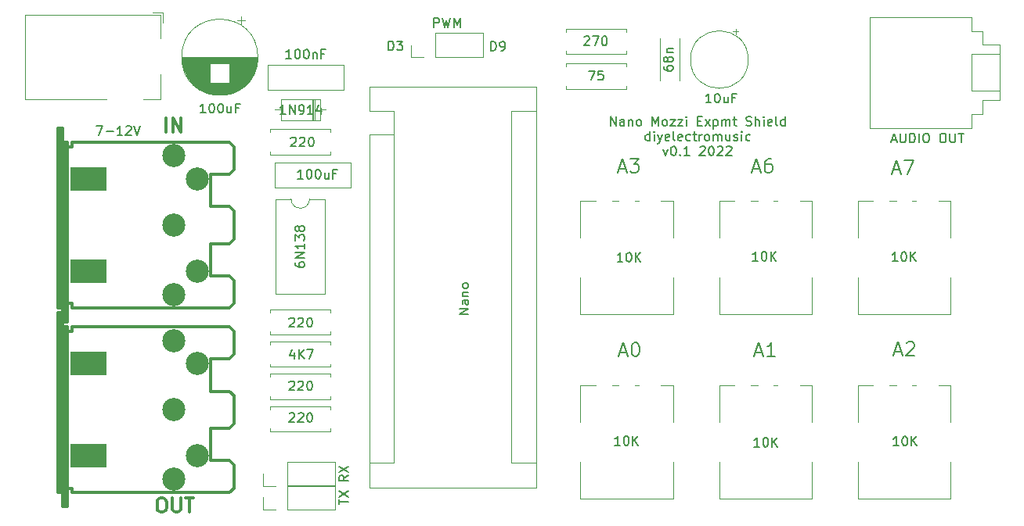
<source format=gbr>
%TF.GenerationSoftware,KiCad,Pcbnew,(6.0.5)*%
%TF.CreationDate,2022-11-11T16:19:05+00:00*%
%TF.ProjectId,NanoMozziExperimentShield,4e616e6f-4d6f-47a7-9a69-457870657269,rev?*%
%TF.SameCoordinates,Original*%
%TF.FileFunction,Legend,Top*%
%TF.FilePolarity,Positive*%
%FSLAX46Y46*%
G04 Gerber Fmt 4.6, Leading zero omitted, Abs format (unit mm)*
G04 Created by KiCad (PCBNEW (6.0.5)) date 2022-11-11 16:19:05*
%MOMM*%
%LPD*%
G01*
G04 APERTURE LIST*
%ADD10C,0.150000*%
%ADD11C,0.304800*%
%ADD12C,0.120000*%
%ADD13R,4.000000X2.500000*%
%ADD14C,2.499360*%
G04 APERTURE END LIST*
D10*
X96801904Y-54612380D02*
X96801904Y-53612380D01*
X97040000Y-53612380D01*
X97182857Y-53660000D01*
X97278095Y-53755238D01*
X97325714Y-53850476D01*
X97373333Y-54040952D01*
X97373333Y-54183809D01*
X97325714Y-54374285D01*
X97278095Y-54469523D01*
X97182857Y-54564761D01*
X97040000Y-54612380D01*
X96801904Y-54612380D01*
X97849523Y-54612380D02*
X98040000Y-54612380D01*
X98135238Y-54564761D01*
X98182857Y-54517142D01*
X98278095Y-54374285D01*
X98325714Y-54183809D01*
X98325714Y-53802857D01*
X98278095Y-53707619D01*
X98230476Y-53660000D01*
X98135238Y-53612380D01*
X97944761Y-53612380D01*
X97849523Y-53660000D01*
X97801904Y-53707619D01*
X97754285Y-53802857D01*
X97754285Y-54040952D01*
X97801904Y-54136190D01*
X97849523Y-54183809D01*
X97944761Y-54231428D01*
X98135238Y-54231428D01*
X98230476Y-54183809D01*
X98278095Y-54136190D01*
X98325714Y-54040952D01*
X140458571Y-87230000D02*
X141172857Y-87230000D01*
X140315714Y-87658571D02*
X140815714Y-86158571D01*
X141315714Y-87658571D01*
X141744285Y-86301428D02*
X141815714Y-86230000D01*
X141958571Y-86158571D01*
X142315714Y-86158571D01*
X142458571Y-86230000D01*
X142530000Y-86301428D01*
X142601428Y-86444285D01*
X142601428Y-86587142D01*
X142530000Y-86801428D01*
X141672857Y-87658571D01*
X142601428Y-87658571D01*
X110708571Y-87310000D02*
X111422857Y-87310000D01*
X110565714Y-87738571D02*
X111065714Y-86238571D01*
X111565714Y-87738571D01*
X112351428Y-86238571D02*
X112494285Y-86238571D01*
X112637142Y-86310000D01*
X112708571Y-86381428D01*
X112780000Y-86524285D01*
X112851428Y-86810000D01*
X112851428Y-87167142D01*
X112780000Y-87452857D01*
X112708571Y-87595714D01*
X112637142Y-87667142D01*
X112494285Y-87738571D01*
X112351428Y-87738571D01*
X112208571Y-87667142D01*
X112137142Y-87595714D01*
X112065714Y-87452857D01*
X111994285Y-87167142D01*
X111994285Y-86810000D01*
X112065714Y-86524285D01*
X112137142Y-86381428D01*
X112208571Y-86310000D01*
X112351428Y-86238571D01*
X85721904Y-54572380D02*
X85721904Y-53572380D01*
X85960000Y-53572380D01*
X86102857Y-53620000D01*
X86198095Y-53715238D01*
X86245714Y-53810476D01*
X86293333Y-54000952D01*
X86293333Y-54143809D01*
X86245714Y-54334285D01*
X86198095Y-54429523D01*
X86102857Y-54524761D01*
X85960000Y-54572380D01*
X85721904Y-54572380D01*
X86626666Y-53572380D02*
X87245714Y-53572380D01*
X86912380Y-53953333D01*
X87055238Y-53953333D01*
X87150476Y-54000952D01*
X87198095Y-54048571D01*
X87245714Y-54143809D01*
X87245714Y-54381904D01*
X87198095Y-54477142D01*
X87150476Y-54524761D01*
X87055238Y-54572380D01*
X86769523Y-54572380D01*
X86674285Y-54524761D01*
X86626666Y-54477142D01*
X140298571Y-67530000D02*
X141012857Y-67530000D01*
X140155714Y-67958571D02*
X140655714Y-66458571D01*
X141155714Y-67958571D01*
X141512857Y-66458571D02*
X142512857Y-66458571D01*
X141870000Y-67958571D01*
X109731428Y-62742380D02*
X109731428Y-61742380D01*
X110302857Y-62742380D01*
X110302857Y-61742380D01*
X111207619Y-62742380D02*
X111207619Y-62218571D01*
X111160000Y-62123333D01*
X111064761Y-62075714D01*
X110874285Y-62075714D01*
X110779047Y-62123333D01*
X111207619Y-62694761D02*
X111112380Y-62742380D01*
X110874285Y-62742380D01*
X110779047Y-62694761D01*
X110731428Y-62599523D01*
X110731428Y-62504285D01*
X110779047Y-62409047D01*
X110874285Y-62361428D01*
X111112380Y-62361428D01*
X111207619Y-62313809D01*
X111683809Y-62075714D02*
X111683809Y-62742380D01*
X111683809Y-62170952D02*
X111731428Y-62123333D01*
X111826666Y-62075714D01*
X111969523Y-62075714D01*
X112064761Y-62123333D01*
X112112380Y-62218571D01*
X112112380Y-62742380D01*
X112731428Y-62742380D02*
X112636190Y-62694761D01*
X112588571Y-62647142D01*
X112540952Y-62551904D01*
X112540952Y-62266190D01*
X112588571Y-62170952D01*
X112636190Y-62123333D01*
X112731428Y-62075714D01*
X112874285Y-62075714D01*
X112969523Y-62123333D01*
X113017142Y-62170952D01*
X113064761Y-62266190D01*
X113064761Y-62551904D01*
X113017142Y-62647142D01*
X112969523Y-62694761D01*
X112874285Y-62742380D01*
X112731428Y-62742380D01*
X114255238Y-62742380D02*
X114255238Y-61742380D01*
X114588571Y-62456666D01*
X114921904Y-61742380D01*
X114921904Y-62742380D01*
X115540952Y-62742380D02*
X115445714Y-62694761D01*
X115398095Y-62647142D01*
X115350476Y-62551904D01*
X115350476Y-62266190D01*
X115398095Y-62170952D01*
X115445714Y-62123333D01*
X115540952Y-62075714D01*
X115683809Y-62075714D01*
X115779047Y-62123333D01*
X115826666Y-62170952D01*
X115874285Y-62266190D01*
X115874285Y-62551904D01*
X115826666Y-62647142D01*
X115779047Y-62694761D01*
X115683809Y-62742380D01*
X115540952Y-62742380D01*
X116207619Y-62075714D02*
X116731428Y-62075714D01*
X116207619Y-62742380D01*
X116731428Y-62742380D01*
X117017142Y-62075714D02*
X117540952Y-62075714D01*
X117017142Y-62742380D01*
X117540952Y-62742380D01*
X117921904Y-62742380D02*
X117921904Y-62075714D01*
X117921904Y-61742380D02*
X117874285Y-61790000D01*
X117921904Y-61837619D01*
X117969523Y-61790000D01*
X117921904Y-61742380D01*
X117921904Y-61837619D01*
X119160000Y-62218571D02*
X119493333Y-62218571D01*
X119636190Y-62742380D02*
X119160000Y-62742380D01*
X119160000Y-61742380D01*
X119636190Y-61742380D01*
X119969523Y-62742380D02*
X120493333Y-62075714D01*
X119969523Y-62075714D02*
X120493333Y-62742380D01*
X120874285Y-62075714D02*
X120874285Y-63075714D01*
X120874285Y-62123333D02*
X120969523Y-62075714D01*
X121160000Y-62075714D01*
X121255238Y-62123333D01*
X121302857Y-62170952D01*
X121350476Y-62266190D01*
X121350476Y-62551904D01*
X121302857Y-62647142D01*
X121255238Y-62694761D01*
X121160000Y-62742380D01*
X120969523Y-62742380D01*
X120874285Y-62694761D01*
X121779047Y-62742380D02*
X121779047Y-62075714D01*
X121779047Y-62170952D02*
X121826666Y-62123333D01*
X121921904Y-62075714D01*
X122064761Y-62075714D01*
X122160000Y-62123333D01*
X122207619Y-62218571D01*
X122207619Y-62742380D01*
X122207619Y-62218571D02*
X122255238Y-62123333D01*
X122350476Y-62075714D01*
X122493333Y-62075714D01*
X122588571Y-62123333D01*
X122636190Y-62218571D01*
X122636190Y-62742380D01*
X122969523Y-62075714D02*
X123350476Y-62075714D01*
X123112380Y-61742380D02*
X123112380Y-62599523D01*
X123160000Y-62694761D01*
X123255238Y-62742380D01*
X123350476Y-62742380D01*
X124398095Y-62694761D02*
X124540952Y-62742380D01*
X124779047Y-62742380D01*
X124874285Y-62694761D01*
X124921904Y-62647142D01*
X124969523Y-62551904D01*
X124969523Y-62456666D01*
X124921904Y-62361428D01*
X124874285Y-62313809D01*
X124779047Y-62266190D01*
X124588571Y-62218571D01*
X124493333Y-62170952D01*
X124445714Y-62123333D01*
X124398095Y-62028095D01*
X124398095Y-61932857D01*
X124445714Y-61837619D01*
X124493333Y-61790000D01*
X124588571Y-61742380D01*
X124826666Y-61742380D01*
X124969523Y-61790000D01*
X125398095Y-62742380D02*
X125398095Y-61742380D01*
X125826666Y-62742380D02*
X125826666Y-62218571D01*
X125779047Y-62123333D01*
X125683809Y-62075714D01*
X125540952Y-62075714D01*
X125445714Y-62123333D01*
X125398095Y-62170952D01*
X126302857Y-62742380D02*
X126302857Y-62075714D01*
X126302857Y-61742380D02*
X126255238Y-61790000D01*
X126302857Y-61837619D01*
X126350476Y-61790000D01*
X126302857Y-61742380D01*
X126302857Y-61837619D01*
X127160000Y-62694761D02*
X127064761Y-62742380D01*
X126874285Y-62742380D01*
X126779047Y-62694761D01*
X126731428Y-62599523D01*
X126731428Y-62218571D01*
X126779047Y-62123333D01*
X126874285Y-62075714D01*
X127064761Y-62075714D01*
X127160000Y-62123333D01*
X127207619Y-62218571D01*
X127207619Y-62313809D01*
X126731428Y-62409047D01*
X127779047Y-62742380D02*
X127683809Y-62694761D01*
X127636190Y-62599523D01*
X127636190Y-61742380D01*
X128588571Y-62742380D02*
X128588571Y-61742380D01*
X128588571Y-62694761D02*
X128493333Y-62742380D01*
X128302857Y-62742380D01*
X128207619Y-62694761D01*
X128160000Y-62647142D01*
X128112380Y-62551904D01*
X128112380Y-62266190D01*
X128160000Y-62170952D01*
X128207619Y-62123333D01*
X128302857Y-62075714D01*
X128493333Y-62075714D01*
X128588571Y-62123333D01*
X113969523Y-64352380D02*
X113969523Y-63352380D01*
X113969523Y-64304761D02*
X113874285Y-64352380D01*
X113683809Y-64352380D01*
X113588571Y-64304761D01*
X113540952Y-64257142D01*
X113493333Y-64161904D01*
X113493333Y-63876190D01*
X113540952Y-63780952D01*
X113588571Y-63733333D01*
X113683809Y-63685714D01*
X113874285Y-63685714D01*
X113969523Y-63733333D01*
X114445714Y-64352380D02*
X114445714Y-63685714D01*
X114445714Y-63352380D02*
X114398095Y-63400000D01*
X114445714Y-63447619D01*
X114493333Y-63400000D01*
X114445714Y-63352380D01*
X114445714Y-63447619D01*
X114826666Y-63685714D02*
X115064761Y-64352380D01*
X115302857Y-63685714D02*
X115064761Y-64352380D01*
X114969523Y-64590476D01*
X114921904Y-64638095D01*
X114826666Y-64685714D01*
X116064761Y-64304761D02*
X115969523Y-64352380D01*
X115779047Y-64352380D01*
X115683809Y-64304761D01*
X115636190Y-64209523D01*
X115636190Y-63828571D01*
X115683809Y-63733333D01*
X115779047Y-63685714D01*
X115969523Y-63685714D01*
X116064761Y-63733333D01*
X116112380Y-63828571D01*
X116112380Y-63923809D01*
X115636190Y-64019047D01*
X116683809Y-64352380D02*
X116588571Y-64304761D01*
X116540952Y-64209523D01*
X116540952Y-63352380D01*
X117445714Y-64304761D02*
X117350476Y-64352380D01*
X117160000Y-64352380D01*
X117064761Y-64304761D01*
X117017142Y-64209523D01*
X117017142Y-63828571D01*
X117064761Y-63733333D01*
X117160000Y-63685714D01*
X117350476Y-63685714D01*
X117445714Y-63733333D01*
X117493333Y-63828571D01*
X117493333Y-63923809D01*
X117017142Y-64019047D01*
X118350476Y-64304761D02*
X118255238Y-64352380D01*
X118064761Y-64352380D01*
X117969523Y-64304761D01*
X117921904Y-64257142D01*
X117874285Y-64161904D01*
X117874285Y-63876190D01*
X117921904Y-63780952D01*
X117969523Y-63733333D01*
X118064761Y-63685714D01*
X118255238Y-63685714D01*
X118350476Y-63733333D01*
X118636190Y-63685714D02*
X119017142Y-63685714D01*
X118779047Y-63352380D02*
X118779047Y-64209523D01*
X118826666Y-64304761D01*
X118921904Y-64352380D01*
X119017142Y-64352380D01*
X119350476Y-64352380D02*
X119350476Y-63685714D01*
X119350476Y-63876190D02*
X119398095Y-63780952D01*
X119445714Y-63733333D01*
X119540952Y-63685714D01*
X119636190Y-63685714D01*
X120112380Y-64352380D02*
X120017142Y-64304761D01*
X119969523Y-64257142D01*
X119921904Y-64161904D01*
X119921904Y-63876190D01*
X119969523Y-63780952D01*
X120017142Y-63733333D01*
X120112380Y-63685714D01*
X120255238Y-63685714D01*
X120350476Y-63733333D01*
X120398095Y-63780952D01*
X120445714Y-63876190D01*
X120445714Y-64161904D01*
X120398095Y-64257142D01*
X120350476Y-64304761D01*
X120255238Y-64352380D01*
X120112380Y-64352380D01*
X120874285Y-64352380D02*
X120874285Y-63685714D01*
X120874285Y-63780952D02*
X120921904Y-63733333D01*
X121017142Y-63685714D01*
X121160000Y-63685714D01*
X121255238Y-63733333D01*
X121302857Y-63828571D01*
X121302857Y-64352380D01*
X121302857Y-63828571D02*
X121350476Y-63733333D01*
X121445714Y-63685714D01*
X121588571Y-63685714D01*
X121683809Y-63733333D01*
X121731428Y-63828571D01*
X121731428Y-64352380D01*
X122636190Y-63685714D02*
X122636190Y-64352380D01*
X122207619Y-63685714D02*
X122207619Y-64209523D01*
X122255238Y-64304761D01*
X122350476Y-64352380D01*
X122493333Y-64352380D01*
X122588571Y-64304761D01*
X122636190Y-64257142D01*
X123064761Y-64304761D02*
X123160000Y-64352380D01*
X123350476Y-64352380D01*
X123445714Y-64304761D01*
X123493333Y-64209523D01*
X123493333Y-64161904D01*
X123445714Y-64066666D01*
X123350476Y-64019047D01*
X123207619Y-64019047D01*
X123112380Y-63971428D01*
X123064761Y-63876190D01*
X123064761Y-63828571D01*
X123112380Y-63733333D01*
X123207619Y-63685714D01*
X123350476Y-63685714D01*
X123445714Y-63733333D01*
X123921904Y-64352380D02*
X123921904Y-63685714D01*
X123921904Y-63352380D02*
X123874285Y-63400000D01*
X123921904Y-63447619D01*
X123969523Y-63400000D01*
X123921904Y-63352380D01*
X123921904Y-63447619D01*
X124826666Y-64304761D02*
X124731428Y-64352380D01*
X124540952Y-64352380D01*
X124445714Y-64304761D01*
X124398095Y-64257142D01*
X124350476Y-64161904D01*
X124350476Y-63876190D01*
X124398095Y-63780952D01*
X124445714Y-63733333D01*
X124540952Y-63685714D01*
X124731428Y-63685714D01*
X124826666Y-63733333D01*
X115445714Y-65295714D02*
X115683809Y-65962380D01*
X115921904Y-65295714D01*
X116493333Y-64962380D02*
X116588571Y-64962380D01*
X116683809Y-65010000D01*
X116731428Y-65057619D01*
X116779047Y-65152857D01*
X116826666Y-65343333D01*
X116826666Y-65581428D01*
X116779047Y-65771904D01*
X116731428Y-65867142D01*
X116683809Y-65914761D01*
X116588571Y-65962380D01*
X116493333Y-65962380D01*
X116398095Y-65914761D01*
X116350476Y-65867142D01*
X116302857Y-65771904D01*
X116255238Y-65581428D01*
X116255238Y-65343333D01*
X116302857Y-65152857D01*
X116350476Y-65057619D01*
X116398095Y-65010000D01*
X116493333Y-64962380D01*
X117255238Y-65867142D02*
X117302857Y-65914761D01*
X117255238Y-65962380D01*
X117207619Y-65914761D01*
X117255238Y-65867142D01*
X117255238Y-65962380D01*
X118255238Y-65962380D02*
X117683809Y-65962380D01*
X117969523Y-65962380D02*
X117969523Y-64962380D01*
X117874285Y-65105238D01*
X117779047Y-65200476D01*
X117683809Y-65248095D01*
X119398095Y-65057619D02*
X119445714Y-65010000D01*
X119540952Y-64962380D01*
X119779047Y-64962380D01*
X119874285Y-65010000D01*
X119921904Y-65057619D01*
X119969523Y-65152857D01*
X119969523Y-65248095D01*
X119921904Y-65390952D01*
X119350476Y-65962380D01*
X119969523Y-65962380D01*
X120588571Y-64962380D02*
X120683809Y-64962380D01*
X120779047Y-65010000D01*
X120826666Y-65057619D01*
X120874285Y-65152857D01*
X120921904Y-65343333D01*
X120921904Y-65581428D01*
X120874285Y-65771904D01*
X120826666Y-65867142D01*
X120779047Y-65914761D01*
X120683809Y-65962380D01*
X120588571Y-65962380D01*
X120493333Y-65914761D01*
X120445714Y-65867142D01*
X120398095Y-65771904D01*
X120350476Y-65581428D01*
X120350476Y-65343333D01*
X120398095Y-65152857D01*
X120445714Y-65057619D01*
X120493333Y-65010000D01*
X120588571Y-64962380D01*
X121302857Y-65057619D02*
X121350476Y-65010000D01*
X121445714Y-64962380D01*
X121683809Y-64962380D01*
X121779047Y-65010000D01*
X121826666Y-65057619D01*
X121874285Y-65152857D01*
X121874285Y-65248095D01*
X121826666Y-65390952D01*
X121255238Y-65962380D01*
X121874285Y-65962380D01*
X122255238Y-65057619D02*
X122302857Y-65010000D01*
X122398095Y-64962380D01*
X122636190Y-64962380D01*
X122731428Y-65010000D01*
X122779047Y-65057619D01*
X122826666Y-65152857D01*
X122826666Y-65248095D01*
X122779047Y-65390952D01*
X122207619Y-65962380D01*
X122826666Y-65962380D01*
X125098571Y-67370000D02*
X125812857Y-67370000D01*
X124955714Y-67798571D02*
X125455714Y-66298571D01*
X125955714Y-67798571D01*
X127098571Y-66298571D02*
X126812857Y-66298571D01*
X126670000Y-66370000D01*
X126598571Y-66441428D01*
X126455714Y-66655714D01*
X126384285Y-66941428D01*
X126384285Y-67512857D01*
X126455714Y-67655714D01*
X126527142Y-67727142D01*
X126670000Y-67798571D01*
X126955714Y-67798571D01*
X127098571Y-67727142D01*
X127170000Y-67655714D01*
X127241428Y-67512857D01*
X127241428Y-67155714D01*
X127170000Y-67012857D01*
X127098571Y-66941428D01*
X126955714Y-66870000D01*
X126670000Y-66870000D01*
X126527142Y-66941428D01*
X126455714Y-67012857D01*
X126384285Y-67155714D01*
X110628571Y-67370000D02*
X111342857Y-67370000D01*
X110485714Y-67798571D02*
X110985714Y-66298571D01*
X111485714Y-67798571D01*
X111842857Y-66298571D02*
X112771428Y-66298571D01*
X112271428Y-66870000D01*
X112485714Y-66870000D01*
X112628571Y-66941428D01*
X112700000Y-67012857D01*
X112771428Y-67155714D01*
X112771428Y-67512857D01*
X112700000Y-67655714D01*
X112628571Y-67727142D01*
X112485714Y-67798571D01*
X112057142Y-67798571D01*
X111914285Y-67727142D01*
X111842857Y-67655714D01*
X125418571Y-87310000D02*
X126132857Y-87310000D01*
X125275714Y-87738571D02*
X125775714Y-86238571D01*
X126275714Y-87738571D01*
X127561428Y-87738571D02*
X126704285Y-87738571D01*
X127132857Y-87738571D02*
X127132857Y-86238571D01*
X126990000Y-86452857D01*
X126847142Y-86595714D01*
X126704285Y-86667142D01*
%TO.C,U1*%
X75632380Y-77601904D02*
X75632380Y-77792380D01*
X75680000Y-77887619D01*
X75727619Y-77935238D01*
X75870476Y-78030476D01*
X76060952Y-78078095D01*
X76441904Y-78078095D01*
X76537142Y-78030476D01*
X76584761Y-77982857D01*
X76632380Y-77887619D01*
X76632380Y-77697142D01*
X76584761Y-77601904D01*
X76537142Y-77554285D01*
X76441904Y-77506666D01*
X76203809Y-77506666D01*
X76108571Y-77554285D01*
X76060952Y-77601904D01*
X76013333Y-77697142D01*
X76013333Y-77887619D01*
X76060952Y-77982857D01*
X76108571Y-78030476D01*
X76203809Y-78078095D01*
X76632380Y-77078095D02*
X75632380Y-77078095D01*
X76632380Y-76506666D01*
X75632380Y-76506666D01*
X76632380Y-75506666D02*
X76632380Y-76078095D01*
X76632380Y-75792380D02*
X75632380Y-75792380D01*
X75775238Y-75887619D01*
X75870476Y-75982857D01*
X75918095Y-76078095D01*
X75632380Y-75173333D02*
X75632380Y-74554285D01*
X76013333Y-74887619D01*
X76013333Y-74744761D01*
X76060952Y-74649523D01*
X76108571Y-74601904D01*
X76203809Y-74554285D01*
X76441904Y-74554285D01*
X76537142Y-74601904D01*
X76584761Y-74649523D01*
X76632380Y-74744761D01*
X76632380Y-75030476D01*
X76584761Y-75125714D01*
X76537142Y-75173333D01*
X76060952Y-73982857D02*
X76013333Y-74078095D01*
X75965714Y-74125714D01*
X75870476Y-74173333D01*
X75822857Y-74173333D01*
X75727619Y-74125714D01*
X75680000Y-74078095D01*
X75632380Y-73982857D01*
X75632380Y-73792380D01*
X75680000Y-73697142D01*
X75727619Y-73649523D01*
X75822857Y-73601904D01*
X75870476Y-73601904D01*
X75965714Y-73649523D01*
X76013333Y-73697142D01*
X76060952Y-73792380D01*
X76060952Y-73982857D01*
X76108571Y-74078095D01*
X76156190Y-74125714D01*
X76251428Y-74173333D01*
X76441904Y-74173333D01*
X76537142Y-74125714D01*
X76584761Y-74078095D01*
X76632380Y-73982857D01*
X76632380Y-73792380D01*
X76584761Y-73697142D01*
X76537142Y-73649523D01*
X76441904Y-73601904D01*
X76251428Y-73601904D01*
X76156190Y-73649523D01*
X76108571Y-73697142D01*
X76060952Y-73792380D01*
D11*
%TO.C,OUT1*%
X61046000Y-103065428D02*
X61336285Y-103065428D01*
X61481428Y-103138000D01*
X61626571Y-103283142D01*
X61699142Y-103573428D01*
X61699142Y-104081428D01*
X61626571Y-104371714D01*
X61481428Y-104516857D01*
X61336285Y-104589428D01*
X61046000Y-104589428D01*
X60900857Y-104516857D01*
X60755714Y-104371714D01*
X60683142Y-104081428D01*
X60683142Y-103573428D01*
X60755714Y-103283142D01*
X60900857Y-103138000D01*
X61046000Y-103065428D01*
X62352285Y-103065428D02*
X62352285Y-104299142D01*
X62424857Y-104444285D01*
X62497428Y-104516857D01*
X62642571Y-104589428D01*
X62932857Y-104589428D01*
X63078000Y-104516857D01*
X63150571Y-104444285D01*
X63223142Y-104299142D01*
X63223142Y-103065428D01*
X63731142Y-103065428D02*
X64602000Y-103065428D01*
X64166571Y-104589428D02*
X64166571Y-103065428D01*
D10*
%TO.C,J1*%
X80362380Y-103761904D02*
X80362380Y-103190476D01*
X81362380Y-103476190D02*
X80362380Y-103476190D01*
X80362380Y-102952380D02*
X81362380Y-102285714D01*
X80362380Y-102285714D02*
X81362380Y-102952380D01*
%TO.C,R7*%
X107380476Y-56792380D02*
X108047142Y-56792380D01*
X107618571Y-57792380D01*
X108904285Y-56792380D02*
X108428095Y-56792380D01*
X108380476Y-57268571D01*
X108428095Y-57220952D01*
X108523333Y-57173333D01*
X108761428Y-57173333D01*
X108856666Y-57220952D01*
X108904285Y-57268571D01*
X108951904Y-57363809D01*
X108951904Y-57601904D01*
X108904285Y-57697142D01*
X108856666Y-57744761D01*
X108761428Y-57792380D01*
X108523333Y-57792380D01*
X108428095Y-57744761D01*
X108380476Y-57697142D01*
%TO.C,R1*%
X75001904Y-93937619D02*
X75049523Y-93890000D01*
X75144761Y-93842380D01*
X75382857Y-93842380D01*
X75478095Y-93890000D01*
X75525714Y-93937619D01*
X75573333Y-94032857D01*
X75573333Y-94128095D01*
X75525714Y-94270952D01*
X74954285Y-94842380D01*
X75573333Y-94842380D01*
X75954285Y-93937619D02*
X76001904Y-93890000D01*
X76097142Y-93842380D01*
X76335238Y-93842380D01*
X76430476Y-93890000D01*
X76478095Y-93937619D01*
X76525714Y-94032857D01*
X76525714Y-94128095D01*
X76478095Y-94270952D01*
X75906666Y-94842380D01*
X76525714Y-94842380D01*
X77144761Y-93842380D02*
X77240000Y-93842380D01*
X77335238Y-93890000D01*
X77382857Y-93937619D01*
X77430476Y-94032857D01*
X77478095Y-94223333D01*
X77478095Y-94461428D01*
X77430476Y-94651904D01*
X77382857Y-94747142D01*
X77335238Y-94794761D01*
X77240000Y-94842380D01*
X77144761Y-94842380D01*
X77049523Y-94794761D01*
X77001904Y-94747142D01*
X76954285Y-94651904D01*
X76906666Y-94461428D01*
X76906666Y-94223333D01*
X76954285Y-94032857D01*
X77001904Y-93937619D01*
X77049523Y-93890000D01*
X77144761Y-93842380D01*
%TO.C,C3*%
X120608571Y-60252380D02*
X120037142Y-60252380D01*
X120322857Y-60252380D02*
X120322857Y-59252380D01*
X120227619Y-59395238D01*
X120132380Y-59490476D01*
X120037142Y-59538095D01*
X121227619Y-59252380D02*
X121322857Y-59252380D01*
X121418095Y-59300000D01*
X121465714Y-59347619D01*
X121513333Y-59442857D01*
X121560952Y-59633333D01*
X121560952Y-59871428D01*
X121513333Y-60061904D01*
X121465714Y-60157142D01*
X121418095Y-60204761D01*
X121322857Y-60252380D01*
X121227619Y-60252380D01*
X121132380Y-60204761D01*
X121084761Y-60157142D01*
X121037142Y-60061904D01*
X120989523Y-59871428D01*
X120989523Y-59633333D01*
X121037142Y-59442857D01*
X121084761Y-59347619D01*
X121132380Y-59300000D01*
X121227619Y-59252380D01*
X122418095Y-59585714D02*
X122418095Y-60252380D01*
X121989523Y-59585714D02*
X121989523Y-60109523D01*
X122037142Y-60204761D01*
X122132380Y-60252380D01*
X122275238Y-60252380D01*
X122370476Y-60204761D01*
X122418095Y-60157142D01*
X123227619Y-59728571D02*
X122894285Y-59728571D01*
X122894285Y-60252380D02*
X122894285Y-59252380D01*
X123370476Y-59252380D01*
%TO.C,RV4*%
X111039523Y-77472380D02*
X110468095Y-77472380D01*
X110753809Y-77472380D02*
X110753809Y-76472380D01*
X110658571Y-76615238D01*
X110563333Y-76710476D01*
X110468095Y-76758095D01*
X111658571Y-76472380D02*
X111753809Y-76472380D01*
X111849047Y-76520000D01*
X111896666Y-76567619D01*
X111944285Y-76662857D01*
X111991904Y-76853333D01*
X111991904Y-77091428D01*
X111944285Y-77281904D01*
X111896666Y-77377142D01*
X111849047Y-77424761D01*
X111753809Y-77472380D01*
X111658571Y-77472380D01*
X111563333Y-77424761D01*
X111515714Y-77377142D01*
X111468095Y-77281904D01*
X111420476Y-77091428D01*
X111420476Y-76853333D01*
X111468095Y-76662857D01*
X111515714Y-76567619D01*
X111563333Y-76520000D01*
X111658571Y-76472380D01*
X112420476Y-77472380D02*
X112420476Y-76472380D01*
X112991904Y-77472380D02*
X112563333Y-76900952D01*
X112991904Y-76472380D02*
X112420476Y-77043809D01*
%TO.C,R3*%
X75151904Y-64087619D02*
X75199523Y-64040000D01*
X75294761Y-63992380D01*
X75532857Y-63992380D01*
X75628095Y-64040000D01*
X75675714Y-64087619D01*
X75723333Y-64182857D01*
X75723333Y-64278095D01*
X75675714Y-64420952D01*
X75104285Y-64992380D01*
X75723333Y-64992380D01*
X76104285Y-64087619D02*
X76151904Y-64040000D01*
X76247142Y-63992380D01*
X76485238Y-63992380D01*
X76580476Y-64040000D01*
X76628095Y-64087619D01*
X76675714Y-64182857D01*
X76675714Y-64278095D01*
X76628095Y-64420952D01*
X76056666Y-64992380D01*
X76675714Y-64992380D01*
X77294761Y-63992380D02*
X77390000Y-63992380D01*
X77485238Y-64040000D01*
X77532857Y-64087619D01*
X77580476Y-64182857D01*
X77628095Y-64373333D01*
X77628095Y-64611428D01*
X77580476Y-64801904D01*
X77532857Y-64897142D01*
X77485238Y-64944761D01*
X77390000Y-64992380D01*
X77294761Y-64992380D01*
X77199523Y-64944761D01*
X77151904Y-64897142D01*
X77104285Y-64801904D01*
X77056666Y-64611428D01*
X77056666Y-64373333D01*
X77104285Y-64182857D01*
X77151904Y-64087619D01*
X77199523Y-64040000D01*
X77294761Y-63992380D01*
%TO.C,C5*%
X75212380Y-55462380D02*
X74640952Y-55462380D01*
X74926666Y-55462380D02*
X74926666Y-54462380D01*
X74831428Y-54605238D01*
X74736190Y-54700476D01*
X74640952Y-54748095D01*
X75831428Y-54462380D02*
X75926666Y-54462380D01*
X76021904Y-54510000D01*
X76069523Y-54557619D01*
X76117142Y-54652857D01*
X76164761Y-54843333D01*
X76164761Y-55081428D01*
X76117142Y-55271904D01*
X76069523Y-55367142D01*
X76021904Y-55414761D01*
X75926666Y-55462380D01*
X75831428Y-55462380D01*
X75736190Y-55414761D01*
X75688571Y-55367142D01*
X75640952Y-55271904D01*
X75593333Y-55081428D01*
X75593333Y-54843333D01*
X75640952Y-54652857D01*
X75688571Y-54557619D01*
X75736190Y-54510000D01*
X75831428Y-54462380D01*
X76783809Y-54462380D02*
X76879047Y-54462380D01*
X76974285Y-54510000D01*
X77021904Y-54557619D01*
X77069523Y-54652857D01*
X77117142Y-54843333D01*
X77117142Y-55081428D01*
X77069523Y-55271904D01*
X77021904Y-55367142D01*
X76974285Y-55414761D01*
X76879047Y-55462380D01*
X76783809Y-55462380D01*
X76688571Y-55414761D01*
X76640952Y-55367142D01*
X76593333Y-55271904D01*
X76545714Y-55081428D01*
X76545714Y-54843333D01*
X76593333Y-54652857D01*
X76640952Y-54557619D01*
X76688571Y-54510000D01*
X76783809Y-54462380D01*
X77545714Y-54795714D02*
X77545714Y-55462380D01*
X77545714Y-54890952D02*
X77593333Y-54843333D01*
X77688571Y-54795714D01*
X77831428Y-54795714D01*
X77926666Y-54843333D01*
X77974285Y-54938571D01*
X77974285Y-55462380D01*
X78783809Y-54938571D02*
X78450476Y-54938571D01*
X78450476Y-55462380D02*
X78450476Y-54462380D01*
X78926666Y-54462380D01*
%TO.C,RV1*%
X110769523Y-97352380D02*
X110198095Y-97352380D01*
X110483809Y-97352380D02*
X110483809Y-96352380D01*
X110388571Y-96495238D01*
X110293333Y-96590476D01*
X110198095Y-96638095D01*
X111388571Y-96352380D02*
X111483809Y-96352380D01*
X111579047Y-96400000D01*
X111626666Y-96447619D01*
X111674285Y-96542857D01*
X111721904Y-96733333D01*
X111721904Y-96971428D01*
X111674285Y-97161904D01*
X111626666Y-97257142D01*
X111579047Y-97304761D01*
X111483809Y-97352380D01*
X111388571Y-97352380D01*
X111293333Y-97304761D01*
X111245714Y-97257142D01*
X111198095Y-97161904D01*
X111150476Y-96971428D01*
X111150476Y-96733333D01*
X111198095Y-96542857D01*
X111245714Y-96447619D01*
X111293333Y-96400000D01*
X111388571Y-96352380D01*
X112150476Y-97352380D02*
X112150476Y-96352380D01*
X112721904Y-97352380D02*
X112293333Y-96780952D01*
X112721904Y-96352380D02*
X112150476Y-96923809D01*
%TO.C,C4*%
X65942380Y-61342380D02*
X65370952Y-61342380D01*
X65656666Y-61342380D02*
X65656666Y-60342380D01*
X65561428Y-60485238D01*
X65466190Y-60580476D01*
X65370952Y-60628095D01*
X66561428Y-60342380D02*
X66656666Y-60342380D01*
X66751904Y-60390000D01*
X66799523Y-60437619D01*
X66847142Y-60532857D01*
X66894761Y-60723333D01*
X66894761Y-60961428D01*
X66847142Y-61151904D01*
X66799523Y-61247142D01*
X66751904Y-61294761D01*
X66656666Y-61342380D01*
X66561428Y-61342380D01*
X66466190Y-61294761D01*
X66418571Y-61247142D01*
X66370952Y-61151904D01*
X66323333Y-60961428D01*
X66323333Y-60723333D01*
X66370952Y-60532857D01*
X66418571Y-60437619D01*
X66466190Y-60390000D01*
X66561428Y-60342380D01*
X67513809Y-60342380D02*
X67609047Y-60342380D01*
X67704285Y-60390000D01*
X67751904Y-60437619D01*
X67799523Y-60532857D01*
X67847142Y-60723333D01*
X67847142Y-60961428D01*
X67799523Y-61151904D01*
X67751904Y-61247142D01*
X67704285Y-61294761D01*
X67609047Y-61342380D01*
X67513809Y-61342380D01*
X67418571Y-61294761D01*
X67370952Y-61247142D01*
X67323333Y-61151904D01*
X67275714Y-60961428D01*
X67275714Y-60723333D01*
X67323333Y-60532857D01*
X67370952Y-60437619D01*
X67418571Y-60390000D01*
X67513809Y-60342380D01*
X68704285Y-60675714D02*
X68704285Y-61342380D01*
X68275714Y-60675714D02*
X68275714Y-61199523D01*
X68323333Y-61294761D01*
X68418571Y-61342380D01*
X68561428Y-61342380D01*
X68656666Y-61294761D01*
X68704285Y-61247142D01*
X69513809Y-60818571D02*
X69180476Y-60818571D01*
X69180476Y-61342380D02*
X69180476Y-60342380D01*
X69656666Y-60342380D01*
D11*
%TO.C,IN1*%
X61691714Y-63429428D02*
X61691714Y-61905428D01*
X62417428Y-63429428D02*
X62417428Y-61905428D01*
X63288285Y-63429428D01*
X63288285Y-61905428D01*
D10*
%TO.C,RV2*%
X125829523Y-97512380D02*
X125258095Y-97512380D01*
X125543809Y-97512380D02*
X125543809Y-96512380D01*
X125448571Y-96655238D01*
X125353333Y-96750476D01*
X125258095Y-96798095D01*
X126448571Y-96512380D02*
X126543809Y-96512380D01*
X126639047Y-96560000D01*
X126686666Y-96607619D01*
X126734285Y-96702857D01*
X126781904Y-96893333D01*
X126781904Y-97131428D01*
X126734285Y-97321904D01*
X126686666Y-97417142D01*
X126639047Y-97464761D01*
X126543809Y-97512380D01*
X126448571Y-97512380D01*
X126353333Y-97464761D01*
X126305714Y-97417142D01*
X126258095Y-97321904D01*
X126210476Y-97131428D01*
X126210476Y-96893333D01*
X126258095Y-96702857D01*
X126305714Y-96607619D01*
X126353333Y-96560000D01*
X126448571Y-96512380D01*
X127210476Y-97512380D02*
X127210476Y-96512380D01*
X127781904Y-97512380D02*
X127353333Y-96940952D01*
X127781904Y-96512380D02*
X127210476Y-97083809D01*
%TO.C,J3*%
X90645238Y-52072380D02*
X90645238Y-51072380D01*
X91026190Y-51072380D01*
X91121428Y-51120000D01*
X91169047Y-51167619D01*
X91216666Y-51262857D01*
X91216666Y-51405714D01*
X91169047Y-51500952D01*
X91121428Y-51548571D01*
X91026190Y-51596190D01*
X90645238Y-51596190D01*
X91550000Y-51072380D02*
X91788095Y-52072380D01*
X91978571Y-51358095D01*
X92169047Y-52072380D01*
X92407142Y-51072380D01*
X92788095Y-52072380D02*
X92788095Y-51072380D01*
X93121428Y-51786666D01*
X93454761Y-51072380D01*
X93454761Y-52072380D01*
%TO.C,R6*%
X106881904Y-53137619D02*
X106929523Y-53090000D01*
X107024761Y-53042380D01*
X107262857Y-53042380D01*
X107358095Y-53090000D01*
X107405714Y-53137619D01*
X107453333Y-53232857D01*
X107453333Y-53328095D01*
X107405714Y-53470952D01*
X106834285Y-54042380D01*
X107453333Y-54042380D01*
X107786666Y-53042380D02*
X108453333Y-53042380D01*
X108024761Y-54042380D01*
X109024761Y-53042380D02*
X109120000Y-53042380D01*
X109215238Y-53090000D01*
X109262857Y-53137619D01*
X109310476Y-53232857D01*
X109358095Y-53423333D01*
X109358095Y-53661428D01*
X109310476Y-53851904D01*
X109262857Y-53947142D01*
X109215238Y-53994761D01*
X109120000Y-54042380D01*
X109024761Y-54042380D01*
X108929523Y-53994761D01*
X108881904Y-53947142D01*
X108834285Y-53851904D01*
X108786666Y-53661428D01*
X108786666Y-53423333D01*
X108834285Y-53232857D01*
X108881904Y-53137619D01*
X108929523Y-53090000D01*
X109024761Y-53042380D01*
%TO.C,RV3*%
X140889523Y-97402380D02*
X140318095Y-97402380D01*
X140603809Y-97402380D02*
X140603809Y-96402380D01*
X140508571Y-96545238D01*
X140413333Y-96640476D01*
X140318095Y-96688095D01*
X141508571Y-96402380D02*
X141603809Y-96402380D01*
X141699047Y-96450000D01*
X141746666Y-96497619D01*
X141794285Y-96592857D01*
X141841904Y-96783333D01*
X141841904Y-97021428D01*
X141794285Y-97211904D01*
X141746666Y-97307142D01*
X141699047Y-97354761D01*
X141603809Y-97402380D01*
X141508571Y-97402380D01*
X141413333Y-97354761D01*
X141365714Y-97307142D01*
X141318095Y-97211904D01*
X141270476Y-97021428D01*
X141270476Y-96783333D01*
X141318095Y-96592857D01*
X141365714Y-96497619D01*
X141413333Y-96450000D01*
X141508571Y-96402380D01*
X142270476Y-97402380D02*
X142270476Y-96402380D01*
X142841904Y-97402380D02*
X142413333Y-96830952D01*
X142841904Y-96402380D02*
X142270476Y-96973809D01*
%TO.C,J4*%
X54136666Y-62762380D02*
X54803333Y-62762380D01*
X54374761Y-63762380D01*
X55184285Y-63381428D02*
X55946190Y-63381428D01*
X56946190Y-63762380D02*
X56374761Y-63762380D01*
X56660476Y-63762380D02*
X56660476Y-62762380D01*
X56565238Y-62905238D01*
X56470000Y-63000476D01*
X56374761Y-63048095D01*
X57327142Y-62857619D02*
X57374761Y-62810000D01*
X57470000Y-62762380D01*
X57708095Y-62762380D01*
X57803333Y-62810000D01*
X57850952Y-62857619D01*
X57898571Y-62952857D01*
X57898571Y-63048095D01*
X57850952Y-63190952D01*
X57279523Y-63762380D01*
X57898571Y-63762380D01*
X58184285Y-62762380D02*
X58517619Y-63762380D01*
X58850952Y-62762380D01*
%TO.C,R2*%
X74981904Y-90497619D02*
X75029523Y-90450000D01*
X75124761Y-90402380D01*
X75362857Y-90402380D01*
X75458095Y-90450000D01*
X75505714Y-90497619D01*
X75553333Y-90592857D01*
X75553333Y-90688095D01*
X75505714Y-90830952D01*
X74934285Y-91402380D01*
X75553333Y-91402380D01*
X75934285Y-90497619D02*
X75981904Y-90450000D01*
X76077142Y-90402380D01*
X76315238Y-90402380D01*
X76410476Y-90450000D01*
X76458095Y-90497619D01*
X76505714Y-90592857D01*
X76505714Y-90688095D01*
X76458095Y-90830952D01*
X75886666Y-91402380D01*
X76505714Y-91402380D01*
X77124761Y-90402380D02*
X77220000Y-90402380D01*
X77315238Y-90450000D01*
X77362857Y-90497619D01*
X77410476Y-90592857D01*
X77458095Y-90783333D01*
X77458095Y-91021428D01*
X77410476Y-91211904D01*
X77362857Y-91307142D01*
X77315238Y-91354761D01*
X77220000Y-91402380D01*
X77124761Y-91402380D01*
X77029523Y-91354761D01*
X76981904Y-91307142D01*
X76934285Y-91211904D01*
X76886666Y-91021428D01*
X76886666Y-90783333D01*
X76934285Y-90592857D01*
X76981904Y-90497619D01*
X77029523Y-90450000D01*
X77124761Y-90402380D01*
%TO.C,RV5*%
X125679523Y-77372380D02*
X125108095Y-77372380D01*
X125393809Y-77372380D02*
X125393809Y-76372380D01*
X125298571Y-76515238D01*
X125203333Y-76610476D01*
X125108095Y-76658095D01*
X126298571Y-76372380D02*
X126393809Y-76372380D01*
X126489047Y-76420000D01*
X126536666Y-76467619D01*
X126584285Y-76562857D01*
X126631904Y-76753333D01*
X126631904Y-76991428D01*
X126584285Y-77181904D01*
X126536666Y-77277142D01*
X126489047Y-77324761D01*
X126393809Y-77372380D01*
X126298571Y-77372380D01*
X126203333Y-77324761D01*
X126155714Y-77277142D01*
X126108095Y-77181904D01*
X126060476Y-76991428D01*
X126060476Y-76753333D01*
X126108095Y-76562857D01*
X126155714Y-76467619D01*
X126203333Y-76420000D01*
X126298571Y-76372380D01*
X127060476Y-77372380D02*
X127060476Y-76372380D01*
X127631904Y-77372380D02*
X127203333Y-76800952D01*
X127631904Y-76372380D02*
X127060476Y-76943809D01*
%TO.C,D1*%
X74583333Y-61492380D02*
X74011904Y-61492380D01*
X74297619Y-61492380D02*
X74297619Y-60492380D01*
X74202380Y-60635238D01*
X74107142Y-60730476D01*
X74011904Y-60778095D01*
X75011904Y-61492380D02*
X75011904Y-60492380D01*
X75583333Y-61492380D01*
X75583333Y-60492380D01*
X76107142Y-61492380D02*
X76297619Y-61492380D01*
X76392857Y-61444761D01*
X76440476Y-61397142D01*
X76535714Y-61254285D01*
X76583333Y-61063809D01*
X76583333Y-60682857D01*
X76535714Y-60587619D01*
X76488095Y-60540000D01*
X76392857Y-60492380D01*
X76202380Y-60492380D01*
X76107142Y-60540000D01*
X76059523Y-60587619D01*
X76011904Y-60682857D01*
X76011904Y-60920952D01*
X76059523Y-61016190D01*
X76107142Y-61063809D01*
X76202380Y-61111428D01*
X76392857Y-61111428D01*
X76488095Y-61063809D01*
X76535714Y-61016190D01*
X76583333Y-60920952D01*
X77535714Y-61492380D02*
X76964285Y-61492380D01*
X77250000Y-61492380D02*
X77250000Y-60492380D01*
X77154761Y-60635238D01*
X77059523Y-60730476D01*
X76964285Y-60778095D01*
X78392857Y-60825714D02*
X78392857Y-61492380D01*
X78154761Y-60444761D02*
X77916666Y-61159047D01*
X78535714Y-61159047D01*
%TO.C,J2*%
X81362380Y-100626666D02*
X80886190Y-100960000D01*
X81362380Y-101198095D02*
X80362380Y-101198095D01*
X80362380Y-100817142D01*
X80410000Y-100721904D01*
X80457619Y-100674285D01*
X80552857Y-100626666D01*
X80695714Y-100626666D01*
X80790952Y-100674285D01*
X80838571Y-100721904D01*
X80886190Y-100817142D01*
X80886190Y-101198095D01*
X80362380Y-100293333D02*
X81362380Y-99626666D01*
X80362380Y-99626666D02*
X81362380Y-100293333D01*
%TO.C,RV6*%
X140789523Y-77422380D02*
X140218095Y-77422380D01*
X140503809Y-77422380D02*
X140503809Y-76422380D01*
X140408571Y-76565238D01*
X140313333Y-76660476D01*
X140218095Y-76708095D01*
X141408571Y-76422380D02*
X141503809Y-76422380D01*
X141599047Y-76470000D01*
X141646666Y-76517619D01*
X141694285Y-76612857D01*
X141741904Y-76803333D01*
X141741904Y-77041428D01*
X141694285Y-77231904D01*
X141646666Y-77327142D01*
X141599047Y-77374761D01*
X141503809Y-77422380D01*
X141408571Y-77422380D01*
X141313333Y-77374761D01*
X141265714Y-77327142D01*
X141218095Y-77231904D01*
X141170476Y-77041428D01*
X141170476Y-76803333D01*
X141218095Y-76612857D01*
X141265714Y-76517619D01*
X141313333Y-76470000D01*
X141408571Y-76422380D01*
X142170476Y-77422380D02*
X142170476Y-76422380D01*
X142741904Y-77422380D02*
X142313333Y-76850952D01*
X142741904Y-76422380D02*
X142170476Y-76993809D01*
%TO.C,C2*%
X115472380Y-56308095D02*
X115472380Y-56498571D01*
X115520000Y-56593809D01*
X115567619Y-56641428D01*
X115710476Y-56736666D01*
X115900952Y-56784285D01*
X116281904Y-56784285D01*
X116377142Y-56736666D01*
X116424761Y-56689047D01*
X116472380Y-56593809D01*
X116472380Y-56403333D01*
X116424761Y-56308095D01*
X116377142Y-56260476D01*
X116281904Y-56212857D01*
X116043809Y-56212857D01*
X115948571Y-56260476D01*
X115900952Y-56308095D01*
X115853333Y-56403333D01*
X115853333Y-56593809D01*
X115900952Y-56689047D01*
X115948571Y-56736666D01*
X116043809Y-56784285D01*
X115900952Y-55641428D02*
X115853333Y-55736666D01*
X115805714Y-55784285D01*
X115710476Y-55831904D01*
X115662857Y-55831904D01*
X115567619Y-55784285D01*
X115520000Y-55736666D01*
X115472380Y-55641428D01*
X115472380Y-55450952D01*
X115520000Y-55355714D01*
X115567619Y-55308095D01*
X115662857Y-55260476D01*
X115710476Y-55260476D01*
X115805714Y-55308095D01*
X115853333Y-55355714D01*
X115900952Y-55450952D01*
X115900952Y-55641428D01*
X115948571Y-55736666D01*
X115996190Y-55784285D01*
X116091428Y-55831904D01*
X116281904Y-55831904D01*
X116377142Y-55784285D01*
X116424761Y-55736666D01*
X116472380Y-55641428D01*
X116472380Y-55450952D01*
X116424761Y-55355714D01*
X116377142Y-55308095D01*
X116281904Y-55260476D01*
X116091428Y-55260476D01*
X115996190Y-55308095D01*
X115948571Y-55355714D01*
X115900952Y-55450952D01*
X115805714Y-54831904D02*
X116472380Y-54831904D01*
X115900952Y-54831904D02*
X115853333Y-54784285D01*
X115805714Y-54689047D01*
X115805714Y-54546190D01*
X115853333Y-54450952D01*
X115948571Y-54403333D01*
X116472380Y-54403333D01*
%TO.C,C1*%
X76472380Y-68472380D02*
X75900952Y-68472380D01*
X76186666Y-68472380D02*
X76186666Y-67472380D01*
X76091428Y-67615238D01*
X75996190Y-67710476D01*
X75900952Y-67758095D01*
X77091428Y-67472380D02*
X77186666Y-67472380D01*
X77281904Y-67520000D01*
X77329523Y-67567619D01*
X77377142Y-67662857D01*
X77424761Y-67853333D01*
X77424761Y-68091428D01*
X77377142Y-68281904D01*
X77329523Y-68377142D01*
X77281904Y-68424761D01*
X77186666Y-68472380D01*
X77091428Y-68472380D01*
X76996190Y-68424761D01*
X76948571Y-68377142D01*
X76900952Y-68281904D01*
X76853333Y-68091428D01*
X76853333Y-67853333D01*
X76900952Y-67662857D01*
X76948571Y-67567619D01*
X76996190Y-67520000D01*
X77091428Y-67472380D01*
X78043809Y-67472380D02*
X78139047Y-67472380D01*
X78234285Y-67520000D01*
X78281904Y-67567619D01*
X78329523Y-67662857D01*
X78377142Y-67853333D01*
X78377142Y-68091428D01*
X78329523Y-68281904D01*
X78281904Y-68377142D01*
X78234285Y-68424761D01*
X78139047Y-68472380D01*
X78043809Y-68472380D01*
X77948571Y-68424761D01*
X77900952Y-68377142D01*
X77853333Y-68281904D01*
X77805714Y-68091428D01*
X77805714Y-67853333D01*
X77853333Y-67662857D01*
X77900952Y-67567619D01*
X77948571Y-67520000D01*
X78043809Y-67472380D01*
X79234285Y-67805714D02*
X79234285Y-68472380D01*
X78805714Y-67805714D02*
X78805714Y-68329523D01*
X78853333Y-68424761D01*
X78948571Y-68472380D01*
X79091428Y-68472380D01*
X79186666Y-68424761D01*
X79234285Y-68377142D01*
X80043809Y-67948571D02*
X79710476Y-67948571D01*
X79710476Y-68472380D02*
X79710476Y-67472380D01*
X80186666Y-67472380D01*
%TO.C,R4*%
X75504285Y-87335714D02*
X75504285Y-88002380D01*
X75266190Y-86954761D02*
X75028095Y-87669047D01*
X75647142Y-87669047D01*
X76028095Y-88002380D02*
X76028095Y-87002380D01*
X76599523Y-88002380D02*
X76170952Y-87430952D01*
X76599523Y-87002380D02*
X76028095Y-87573809D01*
X76932857Y-87002380D02*
X77599523Y-87002380D01*
X77170952Y-88002380D01*
%TO.C,A1*%
X94372380Y-83132857D02*
X93372380Y-83132857D01*
X94372380Y-82561428D01*
X93372380Y-82561428D01*
X94372380Y-81656666D02*
X93848571Y-81656666D01*
X93753333Y-81704285D01*
X93705714Y-81799523D01*
X93705714Y-81990000D01*
X93753333Y-82085238D01*
X94324761Y-81656666D02*
X94372380Y-81751904D01*
X94372380Y-81990000D01*
X94324761Y-82085238D01*
X94229523Y-82132857D01*
X94134285Y-82132857D01*
X94039047Y-82085238D01*
X93991428Y-81990000D01*
X93991428Y-81751904D01*
X93943809Y-81656666D01*
X93705714Y-81180476D02*
X94372380Y-81180476D01*
X93800952Y-81180476D02*
X93753333Y-81132857D01*
X93705714Y-81037619D01*
X93705714Y-80894761D01*
X93753333Y-80799523D01*
X93848571Y-80751904D01*
X94372380Y-80751904D01*
X94372380Y-80132857D02*
X94324761Y-80228095D01*
X94277142Y-80275714D01*
X94181904Y-80323333D01*
X93896190Y-80323333D01*
X93800952Y-80275714D01*
X93753333Y-80228095D01*
X93705714Y-80132857D01*
X93705714Y-79990000D01*
X93753333Y-79894761D01*
X93800952Y-79847142D01*
X93896190Y-79799523D01*
X94181904Y-79799523D01*
X94277142Y-79847142D01*
X94324761Y-79894761D01*
X94372380Y-79990000D01*
X94372380Y-80132857D01*
%TO.C,J5*%
X140156666Y-64276666D02*
X140632857Y-64276666D01*
X140061428Y-64562380D02*
X140394761Y-63562380D01*
X140728095Y-64562380D01*
X141061428Y-63562380D02*
X141061428Y-64371904D01*
X141109047Y-64467142D01*
X141156666Y-64514761D01*
X141251904Y-64562380D01*
X141442380Y-64562380D01*
X141537619Y-64514761D01*
X141585238Y-64467142D01*
X141632857Y-64371904D01*
X141632857Y-63562380D01*
X142109047Y-64562380D02*
X142109047Y-63562380D01*
X142347142Y-63562380D01*
X142490000Y-63610000D01*
X142585238Y-63705238D01*
X142632857Y-63800476D01*
X142680476Y-63990952D01*
X142680476Y-64133809D01*
X142632857Y-64324285D01*
X142585238Y-64419523D01*
X142490000Y-64514761D01*
X142347142Y-64562380D01*
X142109047Y-64562380D01*
X143109047Y-64562380D02*
X143109047Y-63562380D01*
X143775714Y-63562380D02*
X143966190Y-63562380D01*
X144061428Y-63610000D01*
X144156666Y-63705238D01*
X144204285Y-63895714D01*
X144204285Y-64229047D01*
X144156666Y-64419523D01*
X144061428Y-64514761D01*
X143966190Y-64562380D01*
X143775714Y-64562380D01*
X143680476Y-64514761D01*
X143585238Y-64419523D01*
X143537619Y-64229047D01*
X143537619Y-63895714D01*
X143585238Y-63705238D01*
X143680476Y-63610000D01*
X143775714Y-63562380D01*
X145585238Y-63562380D02*
X145775714Y-63562380D01*
X145870952Y-63610000D01*
X145966190Y-63705238D01*
X146013809Y-63895714D01*
X146013809Y-64229047D01*
X145966190Y-64419523D01*
X145870952Y-64514761D01*
X145775714Y-64562380D01*
X145585238Y-64562380D01*
X145490000Y-64514761D01*
X145394761Y-64419523D01*
X145347142Y-64229047D01*
X145347142Y-63895714D01*
X145394761Y-63705238D01*
X145490000Y-63610000D01*
X145585238Y-63562380D01*
X146442380Y-63562380D02*
X146442380Y-64371904D01*
X146490000Y-64467142D01*
X146537619Y-64514761D01*
X146632857Y-64562380D01*
X146823333Y-64562380D01*
X146918571Y-64514761D01*
X146966190Y-64467142D01*
X147013809Y-64371904D01*
X147013809Y-63562380D01*
X147347142Y-63562380D02*
X147918571Y-63562380D01*
X147632857Y-64562380D02*
X147632857Y-63562380D01*
%TO.C,R5*%
X74981904Y-83637619D02*
X75029523Y-83590000D01*
X75124761Y-83542380D01*
X75362857Y-83542380D01*
X75458095Y-83590000D01*
X75505714Y-83637619D01*
X75553333Y-83732857D01*
X75553333Y-83828095D01*
X75505714Y-83970952D01*
X74934285Y-84542380D01*
X75553333Y-84542380D01*
X75934285Y-83637619D02*
X75981904Y-83590000D01*
X76077142Y-83542380D01*
X76315238Y-83542380D01*
X76410476Y-83590000D01*
X76458095Y-83637619D01*
X76505714Y-83732857D01*
X76505714Y-83828095D01*
X76458095Y-83970952D01*
X75886666Y-84542380D01*
X76505714Y-84542380D01*
X77124761Y-83542380D02*
X77220000Y-83542380D01*
X77315238Y-83590000D01*
X77362857Y-83637619D01*
X77410476Y-83732857D01*
X77458095Y-83923333D01*
X77458095Y-84161428D01*
X77410476Y-84351904D01*
X77362857Y-84447142D01*
X77315238Y-84494761D01*
X77220000Y-84542380D01*
X77124761Y-84542380D01*
X77029523Y-84494761D01*
X76981904Y-84447142D01*
X76934285Y-84351904D01*
X76886666Y-84161428D01*
X76886666Y-83923333D01*
X76934285Y-83732857D01*
X76981904Y-83637619D01*
X77029523Y-83590000D01*
X77124761Y-83542380D01*
D12*
%TO.C,U1*%
X75180000Y-70670000D02*
X73530000Y-70670000D01*
X73530000Y-80950000D02*
X78830000Y-80950000D01*
X78830000Y-80950000D02*
X78830000Y-70670000D01*
X78830000Y-70670000D02*
X77180000Y-70670000D01*
X73530000Y-70670000D02*
X73530000Y-80950000D01*
X75180000Y-70670000D02*
G75*
G03*
X77180000Y-70670000I1000000J0D01*
G01*
D11*
%TO.C,OUT1*%
X68999600Y-91998860D02*
X68499220Y-91501020D01*
X50000400Y-102499220D02*
X50000400Y-82999640D01*
X68999600Y-99499480D02*
X68499220Y-98999100D01*
X66500240Y-98999100D02*
X66500240Y-95498980D01*
X50500780Y-82999640D02*
X50500780Y-84500780D01*
X68999600Y-101998840D02*
X68999600Y-99999860D01*
X50500780Y-104000360D02*
X50500780Y-102499220D01*
X68499220Y-84500780D02*
X51499000Y-84500780D01*
X68499220Y-84500780D02*
X68999600Y-85001160D01*
X68499220Y-88000900D02*
X66500240Y-88000900D01*
X50500780Y-84500780D02*
X51001160Y-84500780D01*
X51001160Y-84500780D02*
X51001160Y-104000360D01*
X51001160Y-104000360D02*
X50500780Y-104000360D01*
X68499220Y-91501020D02*
X66500240Y-91501020D01*
X68499220Y-98999100D02*
X66500240Y-98999100D01*
X50500780Y-102499220D02*
X50500780Y-84500780D01*
X68499220Y-102499220D02*
X68999600Y-101998840D01*
X66500240Y-88000900D02*
X66500240Y-91501020D01*
X68999600Y-87500520D02*
X68499220Y-88000900D01*
X68999600Y-85001160D02*
X68999600Y-87500520D01*
X68999600Y-95001140D02*
X68499220Y-95498980D01*
X50249320Y-82999640D02*
X50249320Y-102499220D01*
X68999600Y-91998860D02*
X68999600Y-95001140D01*
X51499000Y-84500780D02*
X51499000Y-85001160D01*
X50500780Y-102499220D02*
X50000400Y-102499220D01*
X50000400Y-82999640D02*
X50500780Y-82999640D01*
X68999600Y-99999860D02*
X68999600Y-99499480D01*
X51001160Y-101998840D02*
X51499000Y-101998840D01*
X51499000Y-102499220D02*
X51499000Y-101998840D01*
X51499000Y-85001160D02*
X51001160Y-85001160D01*
X68499220Y-102499220D02*
X51499000Y-102499220D01*
X50749700Y-84500780D02*
X50749700Y-104000360D01*
X68499220Y-95498980D02*
X66500240Y-95498980D01*
D12*
%TO.C,J1*%
X72170000Y-104330000D02*
X72170000Y-103000000D01*
X74770000Y-104330000D02*
X74770000Y-101670000D01*
X74770000Y-104330000D02*
X79910000Y-104330000D01*
X79910000Y-104330000D02*
X79910000Y-101670000D01*
X73500000Y-104330000D02*
X72170000Y-104330000D01*
X74770000Y-101670000D02*
X79910000Y-101670000D01*
%TO.C,R7*%
X104910000Y-55990000D02*
X111450000Y-55990000D01*
X104910000Y-56320000D02*
X104910000Y-55990000D01*
X104910000Y-58730000D02*
X111450000Y-58730000D01*
X111450000Y-58730000D02*
X111450000Y-58400000D01*
X104910000Y-58400000D02*
X104910000Y-58730000D01*
X111450000Y-55990000D02*
X111450000Y-56320000D01*
%TO.C,R1*%
X79460000Y-95540000D02*
X79460000Y-95870000D01*
X72920000Y-93130000D02*
X72920000Y-93460000D01*
X79460000Y-95870000D02*
X72920000Y-95870000D01*
X79460000Y-93460000D02*
X79460000Y-93130000D01*
X72920000Y-95870000D02*
X72920000Y-95540000D01*
X79460000Y-93130000D02*
X72920000Y-93130000D01*
%TO.C,C3*%
X123255000Y-52232626D02*
X123255000Y-52832626D01*
X123555000Y-52532626D02*
X122955000Y-52532626D01*
X124620000Y-55572375D02*
G75*
G03*
X124620000Y-55572375I-3120000J0D01*
G01*
%TO.C,RV4*%
X106480000Y-70880000D02*
X106480000Y-74817000D01*
X116521000Y-70880000D02*
X115200000Y-70880000D01*
X112750000Y-70880000D02*
X112370000Y-70880000D01*
X110629000Y-70880000D02*
X109870000Y-70880000D01*
X106480000Y-79184000D02*
X106480000Y-83120000D01*
X108130000Y-70880000D02*
X106480000Y-70880000D01*
X116521000Y-83120000D02*
X106480000Y-83120000D01*
X116521000Y-70880000D02*
X116521000Y-74817000D01*
X116521000Y-79184000D02*
X116521000Y-83120000D01*
%TO.C,R3*%
X72910000Y-65870000D02*
X79450000Y-65870000D01*
X72910000Y-63130000D02*
X79450000Y-63130000D01*
X72910000Y-65540000D02*
X72910000Y-65870000D01*
X72910000Y-63460000D02*
X72910000Y-63130000D01*
X79450000Y-65870000D02*
X79450000Y-65540000D01*
X79450000Y-63130000D02*
X79450000Y-63460000D01*
%TO.C,C5*%
X80880000Y-56140000D02*
X72640000Y-56140000D01*
X80880000Y-58880000D02*
X72640000Y-58880000D01*
X80880000Y-58880000D02*
X80880000Y-56140000D01*
X72640000Y-58880000D02*
X72640000Y-56140000D01*
%TO.C,RV1*%
X108130000Y-90880000D02*
X106480000Y-90880000D01*
X112750000Y-90880000D02*
X112370000Y-90880000D01*
X106480000Y-90880000D02*
X106480000Y-94817000D01*
X106480000Y-99184000D02*
X106480000Y-103120000D01*
X110629000Y-90880000D02*
X109870000Y-90880000D01*
X116521000Y-90880000D02*
X116521000Y-94817000D01*
X116521000Y-90880000D02*
X115200000Y-90880000D01*
X116521000Y-103120000D02*
X106480000Y-103120000D01*
X116521000Y-99184000D02*
X116521000Y-103120000D01*
%TO.C,C4*%
X66430000Y-56598349D02*
X63593000Y-56598349D01*
X66430000Y-58038349D02*
X64415000Y-58038349D01*
X71305000Y-56718349D02*
X68510000Y-56718349D01*
X66430000Y-57278349D02*
X63886000Y-57278349D01*
X71531000Y-55717349D02*
X63409000Y-55717349D01*
X69572000Y-58838349D02*
X65368000Y-58838349D01*
X71227000Y-56918349D02*
X68510000Y-56918349D01*
X70750000Y-57758349D02*
X68510000Y-57758349D01*
X66430000Y-57438349D02*
X63977000Y-57438349D01*
X66430000Y-57558349D02*
X64052000Y-57558349D01*
X68003000Y-59398349D02*
X66937000Y-59398349D01*
X66430000Y-56958349D02*
X63730000Y-56958349D01*
X70888000Y-57558349D02*
X68510000Y-57558349D01*
X66430000Y-57638349D02*
X64105000Y-57638349D01*
X70939000Y-57478349D02*
X68510000Y-57478349D01*
X66430000Y-56878349D02*
X63696000Y-56878349D01*
X69815000Y-58678349D02*
X65125000Y-58678349D01*
X71550000Y-55317349D02*
X63390000Y-55317349D01*
X70074000Y-58478349D02*
X64866000Y-58478349D01*
X71437000Y-56278349D02*
X68510000Y-56278349D01*
X70987000Y-57398349D02*
X68510000Y-57398349D01*
X66430000Y-56998349D02*
X63748000Y-56998349D01*
X70779000Y-57718349D02*
X68510000Y-57718349D01*
X68816000Y-59198349D02*
X66124000Y-59198349D01*
X69785000Y-50907651D02*
X69785000Y-51707651D01*
X66430000Y-57038349D02*
X63766000Y-57038349D01*
X70377000Y-58198349D02*
X64563000Y-58198349D01*
X69757000Y-58718349D02*
X65183000Y-58718349D01*
X71464000Y-56158349D02*
X68510000Y-56158349D01*
X71333000Y-56638349D02*
X68510000Y-56638349D01*
X69201000Y-59038349D02*
X65739000Y-59038349D01*
X71455000Y-56198349D02*
X68510000Y-56198349D01*
X66430000Y-57918349D02*
X64314000Y-57918349D01*
X66430000Y-56678349D02*
X63620000Y-56678349D01*
X71544000Y-55557349D02*
X63396000Y-55557349D01*
X70415000Y-58158349D02*
X64525000Y-58158349D01*
X71384000Y-56478349D02*
X68510000Y-56478349D01*
X71117000Y-57158349D02*
X68510000Y-57158349D01*
X66430000Y-57358349D02*
X63930000Y-57358349D01*
X66430000Y-57838349D02*
X64250000Y-57838349D01*
X71260000Y-56838349D02*
X68510000Y-56838349D01*
X71192000Y-56998349D02*
X68510000Y-56998349D01*
X70296000Y-58278349D02*
X64644000Y-58278349D01*
X66430000Y-57718349D02*
X64161000Y-57718349D01*
X70453000Y-58118349D02*
X64487000Y-58118349D01*
X66430000Y-56118349D02*
X63468000Y-56118349D01*
X71547000Y-55477349D02*
X63393000Y-55477349D01*
X71010000Y-57358349D02*
X68510000Y-57358349D01*
X70914000Y-57518349D02*
X68510000Y-57518349D01*
X69360000Y-58958349D02*
X65580000Y-58958349D01*
X66430000Y-57958349D02*
X64346000Y-57958349D01*
X71275000Y-56798349D02*
X68510000Y-56798349D01*
X71487000Y-56038349D02*
X68510000Y-56038349D01*
X71244000Y-56878349D02*
X68510000Y-56878349D01*
X68238000Y-59358349D02*
X66702000Y-59358349D01*
X70835000Y-57638349D02*
X68510000Y-57638349D01*
X69434000Y-58918349D02*
X65506000Y-58918349D01*
X71538000Y-55637349D02*
X63402000Y-55637349D01*
X71054000Y-57278349D02*
X68510000Y-57278349D01*
X71535000Y-55677349D02*
X63405000Y-55677349D01*
X66430000Y-56438349D02*
X63545000Y-56438349D01*
X70489000Y-58078349D02*
X68510000Y-58078349D01*
X68923000Y-59158349D02*
X66017000Y-59158349D01*
X66430000Y-57158349D02*
X63823000Y-57158349D01*
X66430000Y-57478349D02*
X64001000Y-57478349D01*
X71446000Y-56238349D02*
X68510000Y-56238349D01*
X70690000Y-57838349D02*
X68510000Y-57838349D01*
X71097000Y-57198349D02*
X68510000Y-57198349D01*
X66430000Y-56478349D02*
X63556000Y-56478349D01*
X71156000Y-57078349D02*
X68510000Y-57078349D01*
X71500000Y-55957349D02*
X63440000Y-55957349D01*
X66430000Y-56558349D02*
X63581000Y-56558349D01*
X70862000Y-57598349D02*
X68510000Y-57598349D01*
X71427000Y-56318349D02*
X68510000Y-56318349D01*
X66430000Y-56158349D02*
X63476000Y-56158349D01*
X70659000Y-57878349D02*
X68510000Y-57878349D01*
X71395000Y-56438349D02*
X68510000Y-56438349D01*
X71406000Y-56398349D02*
X68510000Y-56398349D01*
X71541000Y-55597349D02*
X63399000Y-55597349D01*
X68418000Y-59318349D02*
X66522000Y-59318349D01*
X66430000Y-56718349D02*
X63635000Y-56718349D01*
X70211000Y-58358349D02*
X64729000Y-58358349D01*
X66430000Y-57798349D02*
X64220000Y-57798349D01*
X70626000Y-57918349D02*
X68510000Y-57918349D01*
X71347000Y-56598349D02*
X68510000Y-56598349D01*
X69698000Y-58758349D02*
X65242000Y-58758349D01*
X69870000Y-58638349D02*
X65070000Y-58638349D01*
X71472000Y-56118349D02*
X68510000Y-56118349D01*
X66430000Y-56798349D02*
X63665000Y-56798349D01*
X70254000Y-58318349D02*
X64686000Y-58318349D01*
X71372000Y-56518349D02*
X68510000Y-56518349D01*
X70167000Y-58398349D02*
X64773000Y-58398349D01*
X71320000Y-56678349D02*
X68510000Y-56678349D01*
X71032000Y-57318349D02*
X68510000Y-57318349D01*
X66430000Y-56238349D02*
X63494000Y-56238349D01*
X66430000Y-56758349D02*
X63649000Y-56758349D01*
X66430000Y-56918349D02*
X63713000Y-56918349D01*
X71550000Y-55357349D02*
X63390000Y-55357349D01*
X70185000Y-51307651D02*
X69385000Y-51307651D01*
X71527000Y-55757349D02*
X63413000Y-55757349D01*
X66430000Y-57398349D02*
X63953000Y-57398349D01*
X69283000Y-58998349D02*
X65657000Y-58998349D01*
X69636000Y-58798349D02*
X65304000Y-58798349D01*
X71136000Y-57118349D02*
X68510000Y-57118349D01*
X71512000Y-55877349D02*
X63428000Y-55877349D01*
X71291000Y-56758349D02*
X68510000Y-56758349D01*
X66430000Y-56638349D02*
X63607000Y-56638349D01*
X71359000Y-56558349D02*
X68510000Y-56558349D01*
X68699000Y-59238349D02*
X66241000Y-59238349D01*
X69504000Y-58878349D02*
X65436000Y-58878349D01*
X71174000Y-57038349D02*
X68510000Y-57038349D01*
X71549000Y-55437349D02*
X63391000Y-55437349D01*
X71210000Y-56958349D02*
X68510000Y-56958349D01*
X66430000Y-56078349D02*
X63460000Y-56078349D01*
X71507000Y-55917349D02*
X63433000Y-55917349D01*
X66430000Y-56198349D02*
X63485000Y-56198349D01*
X71494000Y-55997349D02*
X63446000Y-55997349D01*
X66430000Y-57598349D02*
X64078000Y-57598349D01*
X66430000Y-56398349D02*
X63534000Y-56398349D01*
X66430000Y-57198349D02*
X63843000Y-57198349D01*
X66430000Y-57078349D02*
X63784000Y-57078349D01*
X66430000Y-57518349D02*
X64026000Y-57518349D01*
X70026000Y-58518349D02*
X64914000Y-58518349D01*
X71546000Y-55517349D02*
X63394000Y-55517349D01*
X69115000Y-59078349D02*
X65825000Y-59078349D01*
X68568000Y-59278349D02*
X66372000Y-59278349D01*
X70121000Y-58438349D02*
X64819000Y-58438349D01*
X66430000Y-56518349D02*
X63568000Y-56518349D01*
X69975000Y-58558349D02*
X64965000Y-58558349D01*
X69924000Y-58598349D02*
X65016000Y-58598349D01*
X70525000Y-58038349D02*
X68510000Y-58038349D01*
X66430000Y-57878349D02*
X64281000Y-57878349D01*
X71550000Y-55397349D02*
X63390000Y-55397349D01*
X71417000Y-56358349D02*
X68510000Y-56358349D01*
X66430000Y-57318349D02*
X63908000Y-57318349D01*
X71522000Y-55797349D02*
X63418000Y-55797349D01*
X66430000Y-58078349D02*
X64451000Y-58078349D01*
X66430000Y-56838349D02*
X63680000Y-56838349D01*
X70808000Y-57678349D02*
X68510000Y-57678349D01*
X66430000Y-57118349D02*
X63804000Y-57118349D01*
X66430000Y-56278349D02*
X63503000Y-56278349D01*
X66430000Y-57758349D02*
X64190000Y-57758349D01*
X66430000Y-57998349D02*
X64380000Y-57998349D01*
X70560000Y-57998349D02*
X68510000Y-57998349D01*
X71518000Y-55837349D02*
X63422000Y-55837349D01*
X66430000Y-56038349D02*
X63453000Y-56038349D01*
X70337000Y-58238349D02*
X64603000Y-58238349D01*
X66430000Y-57678349D02*
X64132000Y-57678349D01*
X69022000Y-59118349D02*
X65918000Y-59118349D01*
X70594000Y-57958349D02*
X68510000Y-57958349D01*
X71076000Y-57238349D02*
X68510000Y-57238349D01*
X66430000Y-56358349D02*
X63523000Y-56358349D01*
X71480000Y-56078349D02*
X68510000Y-56078349D01*
X70963000Y-57438349D02*
X68510000Y-57438349D01*
X66430000Y-56318349D02*
X63513000Y-56318349D01*
X70720000Y-57798349D02*
X68510000Y-57798349D01*
X66430000Y-57238349D02*
X63864000Y-57238349D01*
X71590000Y-55317349D02*
G75*
G03*
X71590000Y-55317349I-4120000J0D01*
G01*
D11*
%TO.C,IN1*%
X68999600Y-79499480D02*
X68499220Y-78999100D01*
X51001160Y-64500780D02*
X51001160Y-84000360D01*
X51001160Y-84000360D02*
X50500780Y-84000360D01*
X50000400Y-82499220D02*
X50000400Y-62999640D01*
X50249320Y-62999640D02*
X50249320Y-82499220D01*
X50500780Y-84000360D02*
X50500780Y-82499220D01*
X50000400Y-62999640D02*
X50500780Y-62999640D01*
X51499000Y-64500780D02*
X51499000Y-65001160D01*
X66500240Y-68000900D02*
X66500240Y-71501020D01*
X68999600Y-67500520D02*
X68499220Y-68000900D01*
X68999600Y-81998840D02*
X68999600Y-79999860D01*
X51001160Y-81998840D02*
X51499000Y-81998840D01*
X68499220Y-71501020D02*
X66500240Y-71501020D01*
X50500780Y-64500780D02*
X51001160Y-64500780D01*
X68999600Y-71998860D02*
X68499220Y-71501020D01*
X68499220Y-78999100D02*
X66500240Y-78999100D01*
X68499220Y-68000900D02*
X66500240Y-68000900D01*
X68499220Y-64500780D02*
X68999600Y-65001160D01*
X50500780Y-62999640D02*
X50500780Y-64500780D01*
X68499220Y-75498980D02*
X66500240Y-75498980D01*
X68499220Y-82499220D02*
X51499000Y-82499220D01*
X68499220Y-82499220D02*
X68999600Y-81998840D01*
X51499000Y-82499220D02*
X51499000Y-81998840D01*
X68499220Y-64500780D02*
X51499000Y-64500780D01*
X50749700Y-64500780D02*
X50749700Y-84000360D01*
X68999600Y-71998860D02*
X68999600Y-75001140D01*
X50500780Y-82499220D02*
X50000400Y-82499220D01*
X66500240Y-78999100D02*
X66500240Y-75498980D01*
X51499000Y-65001160D02*
X51001160Y-65001160D01*
X68999600Y-65001160D02*
X68999600Y-67500520D01*
X68999600Y-75001140D02*
X68499220Y-75498980D01*
X50500780Y-82499220D02*
X50500780Y-64500780D01*
X68999600Y-79999860D02*
X68999600Y-79499480D01*
D12*
%TO.C,RV2*%
X125629000Y-90880000D02*
X124870000Y-90880000D01*
X121480000Y-99184000D02*
X121480000Y-103120000D01*
X123130000Y-90880000D02*
X121480000Y-90880000D01*
X127750000Y-90880000D02*
X127370000Y-90880000D01*
X131521000Y-99184000D02*
X131521000Y-103120000D01*
X131521000Y-103120000D02*
X121480000Y-103120000D01*
X121480000Y-90880000D02*
X121480000Y-94817000D01*
X131521000Y-90880000D02*
X130200000Y-90880000D01*
X131521000Y-90880000D02*
X131521000Y-94817000D01*
%TO.C,J3*%
X95910000Y-55330000D02*
X95910000Y-52670000D01*
X90770000Y-55330000D02*
X95910000Y-55330000D01*
X88170000Y-55330000D02*
X88170000Y-54000000D01*
X90770000Y-55330000D02*
X90770000Y-52670000D01*
X89500000Y-55330000D02*
X88170000Y-55330000D01*
X90770000Y-52670000D02*
X95910000Y-52670000D01*
%TO.C,R6*%
X111450000Y-52570000D02*
X111450000Y-52240000D01*
X111450000Y-54650000D02*
X111450000Y-54980000D01*
X111450000Y-54980000D02*
X104910000Y-54980000D01*
X104910000Y-54980000D02*
X104910000Y-54650000D01*
X104910000Y-52240000D02*
X104910000Y-52570000D01*
X111450000Y-52240000D02*
X104910000Y-52240000D01*
%TO.C,RV3*%
X140629000Y-90880000D02*
X139870000Y-90880000D01*
X136480000Y-99184000D02*
X136480000Y-103120000D01*
X146521000Y-90880000D02*
X146521000Y-94817000D01*
X146521000Y-90880000D02*
X145200000Y-90880000D01*
X146521000Y-99184000D02*
X146521000Y-103120000D01*
X142750000Y-90880000D02*
X142370000Y-90880000D01*
X146521000Y-103120000D02*
X136480000Y-103120000D01*
X138130000Y-90880000D02*
X136480000Y-90880000D01*
X136480000Y-90880000D02*
X136480000Y-94817000D01*
%TO.C,J4*%
X61100000Y-59902500D02*
X59200000Y-59902500D01*
X60250000Y-50502500D02*
X61300000Y-50502500D01*
X61100000Y-57202500D02*
X61100000Y-59902500D01*
X61300000Y-51552500D02*
X61300000Y-50502500D01*
X46400000Y-50702500D02*
X61100000Y-50702500D01*
X61100000Y-50702500D02*
X61100000Y-53302500D01*
X55200000Y-59902500D02*
X46400000Y-59902500D01*
X46400000Y-59902500D02*
X46400000Y-50702500D01*
%TO.C,R2*%
X79460000Y-92370000D02*
X72920000Y-92370000D01*
X79460000Y-89960000D02*
X79460000Y-89630000D01*
X79460000Y-89630000D02*
X72920000Y-89630000D01*
X79460000Y-92040000D02*
X79460000Y-92370000D01*
X72920000Y-92370000D02*
X72920000Y-92040000D01*
X72920000Y-89630000D02*
X72920000Y-89960000D01*
%TO.C,RV5*%
X131521000Y-70880000D02*
X130200000Y-70880000D01*
X123130000Y-70880000D02*
X121480000Y-70880000D01*
X121480000Y-70880000D02*
X121480000Y-74817000D01*
X121480000Y-79184000D02*
X121480000Y-83120000D01*
X131521000Y-83120000D02*
X121480000Y-83120000D01*
X131521000Y-70880000D02*
X131521000Y-74817000D01*
X125629000Y-70880000D02*
X124870000Y-70880000D01*
X131521000Y-79184000D02*
X131521000Y-83120000D01*
X127750000Y-70880000D02*
X127370000Y-70880000D01*
%TO.C,D1*%
X77710000Y-62120000D02*
X77710000Y-59880000D01*
X78310000Y-62120000D02*
X78310000Y-59880000D01*
X74070000Y-59880000D02*
X74070000Y-62120000D01*
X78310000Y-59880000D02*
X74070000Y-59880000D01*
X73420000Y-61000000D02*
X74070000Y-61000000D01*
X74070000Y-62120000D02*
X78310000Y-62120000D01*
X77590000Y-62120000D02*
X77590000Y-59880000D01*
X78960000Y-61000000D02*
X78310000Y-61000000D01*
X77470000Y-62120000D02*
X77470000Y-59880000D01*
%TO.C,J2*%
X73500000Y-101790000D02*
X72170000Y-101790000D01*
X74770000Y-101790000D02*
X79910000Y-101790000D01*
X72170000Y-101790000D02*
X72170000Y-100460000D01*
X74770000Y-101790000D02*
X74770000Y-99130000D01*
X79910000Y-101790000D02*
X79910000Y-99130000D01*
X74770000Y-99130000D02*
X79910000Y-99130000D01*
%TO.C,RV6*%
X136480000Y-79184000D02*
X136480000Y-83120000D01*
X146521000Y-83120000D02*
X136480000Y-83120000D01*
X136480000Y-70880000D02*
X136480000Y-74817000D01*
X146521000Y-79184000D02*
X146521000Y-83120000D01*
X142750000Y-70880000D02*
X142370000Y-70880000D01*
X146521000Y-70880000D02*
X146521000Y-74817000D01*
X146521000Y-70880000D02*
X145200000Y-70880000D01*
X140629000Y-70880000D02*
X139870000Y-70880000D01*
X138130000Y-70880000D02*
X136480000Y-70880000D01*
%TO.C,C2*%
X115040000Y-53270000D02*
X115040000Y-57810000D01*
X115055000Y-53270000D02*
X115040000Y-53270000D01*
X117180000Y-53270000D02*
X117180000Y-57810000D01*
X117180000Y-53270000D02*
X117165000Y-53270000D01*
X115055000Y-57810000D02*
X115040000Y-57810000D01*
X117180000Y-57810000D02*
X117165000Y-57810000D01*
%TO.C,C1*%
X73410000Y-69440000D02*
X73410000Y-66700000D01*
X81650000Y-69440000D02*
X81650000Y-66700000D01*
X81650000Y-69440000D02*
X73410000Y-69440000D01*
X81650000Y-66700000D02*
X73410000Y-66700000D01*
%TO.C,R4*%
X72910000Y-86460000D02*
X72910000Y-86130000D01*
X79450000Y-88870000D02*
X79450000Y-88540000D01*
X72910000Y-88870000D02*
X79450000Y-88870000D01*
X72910000Y-86130000D02*
X79450000Y-86130000D01*
X72910000Y-88540000D02*
X72910000Y-88870000D01*
X79450000Y-86130000D02*
X79450000Y-86460000D01*
%TO.C,A1*%
X101670000Y-58500000D02*
X83630000Y-58500000D01*
X86300000Y-63710000D02*
X86300000Y-61170000D01*
X99000000Y-61170000D02*
X101670000Y-61170000D01*
X99000000Y-99270000D02*
X101670000Y-99270000D01*
X86300000Y-63710000D02*
X83630000Y-63710000D01*
X101670000Y-101940000D02*
X101670000Y-58500000D01*
X83630000Y-63710000D02*
X83630000Y-101940000D01*
X86300000Y-99270000D02*
X83630000Y-99270000D01*
X83630000Y-58500000D02*
X83630000Y-61170000D01*
X86300000Y-63710000D02*
X86300000Y-99270000D01*
X83630000Y-101940000D02*
X101670000Y-101940000D01*
X99000000Y-61170000D02*
X99000000Y-99270000D01*
X86300000Y-61170000D02*
X83630000Y-61170000D01*
%TO.C,J5*%
X148800000Y-50980000D02*
X148800000Y-52480000D01*
X148800000Y-62980000D02*
X137800000Y-62980000D01*
X137800000Y-62980000D02*
X137800000Y-50980000D01*
X151800000Y-59980000D02*
X150000000Y-59980000D01*
X150000000Y-61480000D02*
X148800000Y-61480000D01*
X148800000Y-61480000D02*
X148800000Y-62980000D01*
X151800000Y-54980000D02*
X148800000Y-54980000D01*
X148800000Y-52480000D02*
X150000000Y-52480000D01*
X148800000Y-58980000D02*
X151800000Y-58980000D01*
X137800000Y-50980000D02*
X148800000Y-50980000D01*
X148800000Y-54980000D02*
X148800000Y-58980000D01*
X150000000Y-52480000D02*
X150000000Y-53980000D01*
X151800000Y-53980000D02*
X151800000Y-59980000D01*
X150000000Y-53980000D02*
X151800000Y-53980000D01*
X150000000Y-59980000D02*
X150000000Y-61480000D01*
%TO.C,R5*%
X79450000Y-82630000D02*
X79450000Y-82960000D01*
X72910000Y-82630000D02*
X79450000Y-82630000D01*
X72910000Y-85370000D02*
X79450000Y-85370000D01*
X72910000Y-85040000D02*
X72910000Y-85370000D01*
X72910000Y-82960000D02*
X72910000Y-82630000D01*
X79450000Y-85370000D02*
X79450000Y-85040000D01*
%TD*%
D13*
%TO.C,OUT1*%
X53302300Y-88498740D03*
X53302300Y-98501260D03*
D14*
X62497200Y-100998080D03*
X62499740Y-93500000D03*
X62497200Y-86001920D03*
X64999100Y-98496180D03*
X64999100Y-88503820D03*
%TD*%
D13*
%TO.C,IN1*%
X53302300Y-68498740D03*
X53302300Y-78501260D03*
D14*
X62497200Y-80998080D03*
X62499740Y-73500000D03*
X62497200Y-66001920D03*
X64999100Y-78496180D03*
X64999100Y-68503820D03*
%TD*%
M02*

</source>
